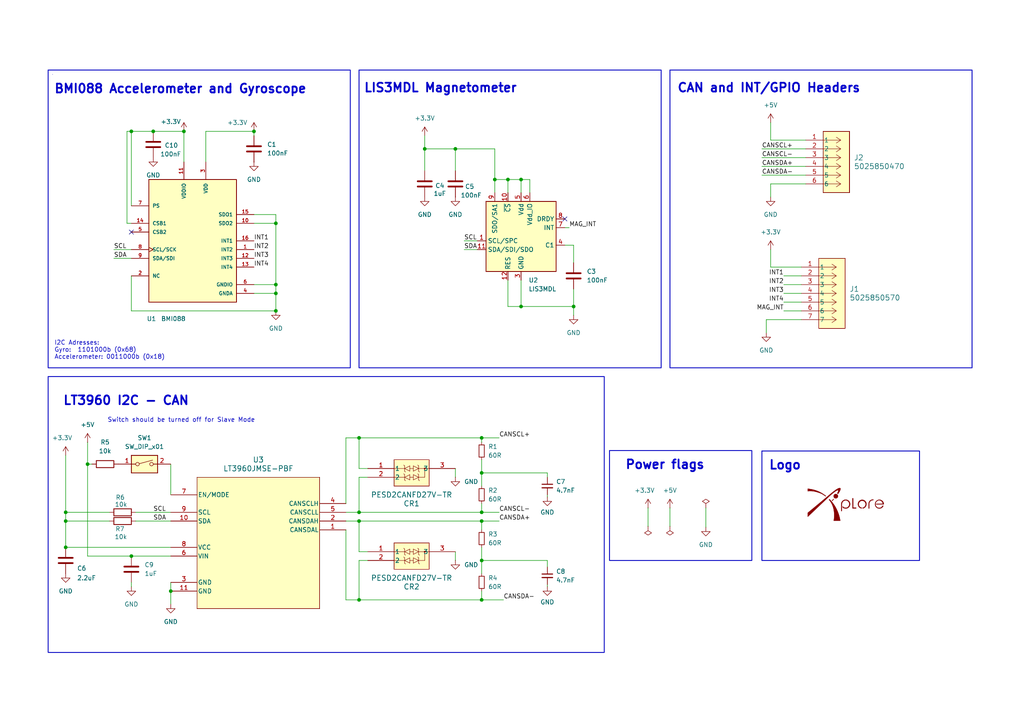
<source format=kicad_sch>
(kicad_sch (version 20231120) (generator "eeschema") (generator_version "8.0")
  (paper "A4")
  (lib_symbols
    (symbol "0_graphic:Xplore_Logo" (pin_numbers hide) (pin_names (offset 0) hide) (in_bom no))
    (symbol "502585470:5025850470" (pin_names (offset 0.254))
      (property "Reference" "J5" (at 13.97 -5.0799 0))
      (property "Value" "5025850470" (at 13.97 -7.6199 0))
      (symbol "5025850470_1_1"
        (pin unspecified line (at 0 0 0) (length 5.08) (name "1") (number "1"))
        (pin unspecified line (at 0 -2.54 0) (length 5.08) (name "2") (number "2"))
        (pin unspecified line (at 0 -5.08 0) (length 5.08) (name "3") (number "3"))
        (pin unspecified line (at 0 -7.62 0) (length 5.08) (name "4") (number "4"))
        (pin unspecified line (at 0 -10.16 0) (length 5.08) (name "5") (number "5"))
        (pin unspecified line (at 0 -12.7 0) (length 5.08) (name "6") (number "6"))
      )
      (symbol "5025850470_1_2"
        (pin unspecified line (at 0 0 0) (length 5.08) (name "1") (number "1"))
        (pin unspecified line (at 0 -2.54 0) (length 5.08) (name "2") (number "2"))
        (pin unspecified line (at 0 -5.08 0) (length 5.08) (name "3") (number "3"))
        (pin unspecified line (at 0 -7.62 0) (length 5.08) (name "4") (number "4"))
        (pin unspecified line (at 0 -10.16 0) (length 5.08) (name "5") (number "5"))
        (pin unspecified line (at 0 -12.7 0) (length 5.08) (name "6") (number "6"))
      )
    )
    (symbol "502585570:5025850570" (pin_names (offset 0.254))
      (property "Reference" "J6" (at 13.97 -6.3499 0))
      (property "Value" "5025850570" (at 13.97 -8.8899 0))
      (symbol "5025850570_1_1"
        (pin unspecified line (at 0 0 0) (length 5.08) (name "1") (number "1"))
        (pin unspecified line (at 0 -2.54 0) (length 5.08) (name "2") (number "2"))
        (pin unspecified line (at 0 -5.08 0) (length 5.08) (name "3") (number "3"))
        (pin unspecified line (at 0 -7.62 0) (length 5.08) (name "4") (number "4"))
        (pin unspecified line (at 0 -10.16 0) (length 5.08) (name "5") (number "5"))
        (pin unspecified line (at 0 -12.7 0) (length 5.08) (name "6") (number "6"))
        (pin unspecified line (at 0 -15.24 0) (length 5.08) (name "7") (number "7"))
      )
      (symbol "5025850570_1_2"
        (pin unspecified line (at 0 0 0) (length 5.08) (name "1") (number "1"))
        (pin unspecified line (at 0 -2.54 0) (length 5.08) (name "2") (number "2"))
        (pin unspecified line (at 0 -5.08 0) (length 5.08) (name "3") (number "3"))
        (pin unspecified line (at 0 -7.62 0) (length 5.08) (name "4") (number "4"))
        (pin unspecified line (at 0 -10.16 0) (length 5.08) (name "5") (number "5"))
        (pin unspecified line (at 0 -12.7 0) (length 5.08) (name "6") (number "6"))
        (pin unspecified line (at 0 -15.24 0) (length 5.08) (name "7") (number "7"))
      )
    )
    (symbol "BMI088:BMI088" (pin_names (offset 1.016))
      (property "Reference" "U1" (at -7.874 -20.066 0))
      (property "Value" "BMI088" (at -5.588 -22.606 0))
      (symbol "BMI088_0_0"
        (pin bidirectional line (at 17.78 -2.54 180) (length 5.08) (name "INT2") (number "1"))
        (pin output line (at 17.78 5.08 180) (length 5.08) (name "SDO2") (number "10"))
        (pin power_in line (at -2.54 22.86 270) (length 5.08) (name "VDDIO") (number "11"))
        (pin bidirectional line (at 17.78 -5.08 180) (length 5.08) (name "INT3") (number "12"))
        (pin bidirectional line (at 17.78 -7.62 180) (length 5.08) (name "INT4") (number "13"))
        (pin input line (at -17.78 5.08 0) (length 5.08) (name "CSB1") (number "14"))
        (pin output line (at 17.78 7.62 180) (length 5.08) (name "SDO1") (number "15"))
        (pin bidirectional line (at 17.78 0 180) (length 5.08) (name "INT1") (number "16"))
        (pin passive line (at -17.78 -10.16 0) (length 5.08) (name "NC") (number "2"))
        (pin power_in line (at 3.81 22.86 270) (length 5.08) (name "VDD") (number "3"))
        (pin power_in line (at 17.78 -15.24 180) (length 5.08) (name "GNDA") (number "4"))
        (pin input line (at -17.78 2.54 0) (length 5.08) (name "CSB2") (number "5"))
        (pin power_in line (at 17.78 -12.7 180) (length 5.08) (name "GNDIO") (number "6"))
        (pin input line (at -17.78 10.16 0) (length 5.08) (name "PS") (number "7"))
        (pin input clock (at -17.78 -2.54 0) (length 5.08) (name "SCL/SCK") (number "8"))
        (pin bidirectional line (at -17.78 -5.08 0) (length 5.08) (name "SDA/SDI") (number "9"))
      )
    )
    (symbol "Device:C" (pin_numbers hide) (pin_names (offset 0.254))
      (property "Reference" "C" (at 0.635 2.54 0))
      (property "Value" "C" (at 0.635 -2.54 0))
      (symbol "C_1_1"
        (pin passive line (at 0 3.81 270) (length 2.794) (name "~") (number "1"))
        (pin passive line (at 0 -3.81 90) (length 2.794) (name "~") (number "2"))
      )
    )
    (symbol "Device:C_Small" (pin_numbers hide) (pin_names (offset 0.254) hide)
      (property "Reference" "C" (at 0.254 1.778 0))
      (property "Value" "C_Small" (at 0.254 -2.032 0))
      (symbol "C_Small_1_1"
        (pin passive line (at 0 2.54 270) (length 2.032) (name "~") (number "1"))
        (pin passive line (at 0 -2.54 90) (length 2.032) (name "~") (number "2"))
      )
    )
    (symbol "Device:R" (pin_numbers hide) (pin_names (offset 0))
      (property "Reference" "R" (at 2.032 0 90))
      (property "Value" "R" (at 0 0 90))
      (symbol "R_1_1"
        (pin passive line (at 0 3.81 270) (length 1.27) (name "~") (number "1"))
        (pin passive line (at 0 -3.81 90) (length 1.27) (name "~") (number "2"))
      )
    )
    (symbol "Device:R_Small" (pin_numbers hide) (pin_names (offset 0.254) hide)
      (property "Reference" "R" (at 0.762 0.508 0))
      (property "Value" "R_Small" (at 0.762 -1.016 0))
      (symbol "R_Small_1_1"
        (pin passive line (at 0 2.54 270) (length 0.762) (name "~") (number "1"))
        (pin passive line (at 0 -2.54 90) (length 0.762) (name "~") (number "2"))
      )
    )
    (symbol "I2C-CAN Bridge:LT3960JMSE-PBF" (pin_names (offset 0.254))
      (property "Reference" "U3" (at 25.4 10.16 0))
      (property "Value" "LT3960JMSE-PBF" (at 25.4 7.62 0))
      (symbol "LT3960JMSE-PBF_0_1"
        (pin bidirectional line (at 50.8 -10.16 180) (length 7.62) (name "CANSDAL") (number "1"))
        (pin bidirectional line (at 0 -7.62 0) (length 7.62) (name "SDA") (number "10"))
        (pin power_out line (at 0 -27.94 0) (length 7.62) (name "GND") (number "11"))
        (pin bidirectional line (at 50.8 -7.62 180) (length 7.62) (name "CANSDAH") (number "2"))
        (pin power_out line (at 0 -25.4 0) (length 7.62) (name "GND") (number "3"))
        (pin bidirectional line (at 50.8 -2.54 180) (length 7.62) (name "CANSCLH") (number "4"))
        (pin bidirectional line (at 50.8 -5.08 180) (length 7.62) (name "CANSCLL") (number "5"))
        (pin power_in line (at 0 -17.78 0) (length 7.62) (name "VIN") (number "6"))
        (pin input line (at 0 0 0) (length 7.62) (name "EN/MODE") (number "7"))
        (pin power_in line (at 0 -15.24 0) (length 7.62) (name "VCC") (number "8"))
        (pin bidirectional line (at 0 -5.08 0) (length 7.62) (name "SCL") (number "9"))
      )
    )
    (symbol "PESD2CANFD27V-TR_1" (pin_names (offset 0.254))
      (property "Reference" "CR1" (at 12.7 -10.16 0))
      (property "Value" "PESD2CANFD27V-TR" (at 12.7 -7.62 0))
      (symbol "PESD2CANFD27V-TR_1_0_1"
        (pin unspecified line (at 0 0 0) (length 7.62) (name "1") (number "1"))
        (pin unspecified line (at 0 -2.54 0) (length 7.62) (name "2") (number "2"))
        (pin unspecified line (at 25.4 0 180) (length 7.62) (name "3") (number "3"))
      )
    )
    (symbol "Sensor_Magnetic:LIS3MDL"
      (property "Reference" "U2" (at 2.1941 -12.7 0))
      (property "Value" "LIS3MDL" (at 2.1941 -15.24 0))
      (symbol "LIS3MDL_1_1"
        (pin input line (at -12.7 -1.27 0) (length 2.54) (name "SCL/SPC") (number "1"))
        (pin input line (at -3.81 12.7 270) (length 2.54) (name "~{CS}") (number "10"))
        (pin bidirectional line (at -12.7 -3.81 0) (length 2.54) (name "SDA/SDI/SDO") (number "11"))
        (pin passive line (at 0 -12.7 90) (length 2.54) hide (name "GND") (number "12"))
        (pin power_in line (at -3.81 -12.7 90) (length 2.54) (name "RES") (number "12"))
        (pin passive line (at 0 -12.7 90) (length 2.54) hide (name "GND") (number "2"))
        (pin power_in line (at 0 -12.7 90) (length 2.54) (name "GND") (number "3"))
        (pin power_out line (at 12.7 -2.54 180) (length 2.54) (name "C1") (number "4"))
        (pin power_in line (at 0 12.7 270) (length 2.54) (name "Vdd") (number "5"))
        (pin power_in line (at 2.54 12.7 270) (length 2.54) (name "Vdd_IO") (number "6"))
        (pin output line (at 12.7 2.54 180) (length 2.54) (name "INT") (number "7"))
        (pin output line (at 12.7 5.08 180) (length 2.54) (name "DRDY") (number "8"))
        (pin bidirectional line (at -7.62 12.7 270) (length 2.54) (name "SDO/SA1") (number "9"))
      )
    )
    (symbol "Switch:SW_DIP_x01" (pin_names (offset 0) hide)
      (property "Reference" "SW" (at 0 3.81 0))
      (property "Value" "SW_DIP_x01" (at 0 -3.81 0))
      (symbol "SW_DIP_x01_1_1"
        (pin passive line (at -7.62 0 0) (length 5.08) (name "~") (number "1"))
        (pin passive line (at 7.62 0 180) (length 5.08) (name "~") (number "2"))
      )
    )
    (symbol "power:+3.3V" (power) (pin_numbers hide) (pin_names (offset 0) hide)
      (property "Value" "+3.3V" (at 0 3.556 0))
      (symbol "+3.3V_1_1"
        (pin power_in line (at 0 0 90) (length 0) (name "~") (number "1"))
      )
    )
    (symbol "power:+5V" (power) (pin_numbers hide) (pin_names (offset 0) hide)
      (property "Value" "+5V" (at 0 3.556 0))
      (symbol "+5V_1_1"
        (pin power_in line (at 0 0 90) (length 0) (name "~") (number "1"))
      )
    )
    (symbol "power:GND" (power) (pin_numbers hide) (pin_names (offset 0) hide)
      (property "Value" "GND" (at 0 -3.81 0))
      (symbol "GND_1_1"
        (pin power_in line (at 0 0 270) (length 0) (name "~") (number "1"))
      )
    )
    (symbol "power:PWR_FLAG" (power) (pin_numbers hide) (pin_names (offset 0) hide)
      (property "Value" "PWR_FLAG" (at 0 3.81 0))
      (symbol "PWR_FLAG_0_0"
        (pin power_out line (at 0 0 90) (length 0) (name "pwr") (number "1"))
      )
    )
  )
  (junction (at 139.7 162.56))
  (junction (at 166.37 88.9))
  (junction (at 139.7 151.13))
  (junction (at 104.14 127))
  (junction (at 80.01 85.09))
  (junction (at 151.13 52.07))
  (junction (at 38.1 38.1))
  (junction (at 151.13 88.9))
  (junction (at 139.7 173.99))
  (junction (at 139.7 148.59))
  (junction (at 19.05 151.13))
  (junction (at 80.01 64.77))
  (junction (at 123.19 43.18))
  (junction (at 132.08 43.18))
  (junction (at 104.14 151.13))
  (junction (at 139.7 137.16))
  (junction (at 19.05 148.59))
  (junction (at 104.14 148.59))
  (junction (at 147.32 52.07))
  (junction (at 25.4 134.62))
  (junction (at 38.1 161.29))
  (junction (at 19.05 158.75))
  (junction (at 139.7 127))
  (junction (at 143.51 52.07))
  (junction (at 53.34 38.1))
  (junction (at 49.53 171.45))
  (junction (at 80.01 90.17))
  (junction (at 44.45 38.1))
  (junction (at 73.66 38.1))
  (junction (at 80.01 82.55))
  (junction (at 104.14 173.99))
  (no_connect (at 163.83 63.5))
  (no_connect (at 38.1 67.31))
  (wire (pts (xy 80.01 82.55) (xy 80.01 85.09)))
  (wire (pts (xy 59.69 38.1) (xy 73.66 38.1)))
  (wire (pts (xy 139.7 162.56) (xy 158.75 162.56)))
  (wire (pts (xy 100.33 127) (xy 100.33 146.05)))
  (wire (pts (xy 80.01 82.55) (xy 73.66 82.55)))
  (wire (pts (xy 139.7 148.59) (xy 144.78 148.59)))
  (wire (pts (xy 80.01 85.09) (xy 73.66 85.09)))
  (wire (pts (xy 158.75 162.56) (xy 158.75 164.465)))
  (wire (pts (xy 139.7 162.56) (xy 139.7 166.37)))
  (wire (pts (xy 49.53 168.91) (xy 49.53 171.45)))
  (wire (pts (xy 166.37 83.82) (xy 166.37 88.9)))
  (wire (pts (xy 123.19 39.37) (xy 123.19 43.18)))
  (wire (pts (xy 49.53 134.62) (xy 49.53 143.51)))
  (wire (pts (xy 100.33 148.59) (xy 104.14 148.59)))
  (wire (pts (xy 233.68 53.34) (xy 223.52 53.34)))
  (wire (pts (xy 151.13 88.9) (xy 151.13 81.28)))
  (wire (pts (xy 106.68 162.56) (xy 104.14 162.56)))
  (wire (pts (xy 147.32 88.9) (xy 151.13 88.9)))
  (wire (pts (xy 39.37 148.59) (xy 49.53 148.59)))
  (wire (pts (xy 151.13 52.07) (xy 151.13 55.88)))
  (wire (pts (xy 106.68 135.89) (xy 104.14 135.89)))
  (wire (pts (xy 104.14 151.13) (xy 139.7 151.13)))
  (wire (pts (xy 139.7 146.05) (xy 139.7 148.59)))
  (wire (pts (xy 163.83 71.12) (xy 166.37 71.12)))
  (wire (pts (xy 223.52 53.34) (xy 223.52 57.15)))
  (wire (pts (xy 153.67 55.88) (xy 153.67 52.07)))
  (wire (pts (xy 143.51 43.18) (xy 143.51 52.07)))
  (wire (pts (xy 227.33 80.01) (xy 232.41 80.01)))
  (wire (pts (xy 232.41 92.71) (xy 222.25 92.71)))
  (wire (pts (xy 80.01 85.09) (xy 80.01 90.17)))
  (wire (pts (xy 139.7 127) (xy 144.78 127)))
  (wire (pts (xy 151.13 52.07) (xy 153.67 52.07)))
  (wire (pts (xy 147.32 52.07) (xy 147.32 55.88)))
  (wire (pts (xy 123.19 43.18) (xy 132.08 43.18)))
  (wire (pts (xy 33.02 72.39) (xy 38.1 72.39)))
  (wire (pts (xy 104.14 148.59) (xy 139.7 148.59)))
  (wire (pts (xy 73.66 62.23) (xy 80.01 62.23)))
  (wire (pts (xy 132.08 135.89) (xy 132.08 138.43)))
  (wire (pts (xy 104.14 173.99) (xy 139.7 173.99)))
  (wire (pts (xy 19.05 148.59) (xy 31.75 148.59)))
  (wire (pts (xy 139.7 137.16) (xy 139.7 140.97)))
  (wire (pts (xy 139.7 171.45) (xy 139.7 173.99)))
  (wire (pts (xy 104.14 127) (xy 139.7 127)))
  (wire (pts (xy 134.62 69.85) (xy 138.43 69.85)))
  (wire (pts (xy 166.37 88.9) (xy 151.13 88.9)))
  (wire (pts (xy 158.75 137.16) (xy 158.75 138.43)))
  (wire (pts (xy 139.7 133.35) (xy 139.7 137.16)))
  (wire (pts (xy 80.01 64.77) (xy 73.66 64.77)))
  (wire (pts (xy 38.1 80.01) (xy 38.1 90.17)))
  (wire (pts (xy 220.98 50.8) (xy 233.68 50.8)))
  (wire (pts (xy 220.98 43.18) (xy 233.68 43.18)))
  (wire (pts (xy 139.7 137.16) (xy 158.75 137.16)))
  (wire (pts (xy 143.51 52.07) (xy 143.51 55.88)))
  (wire (pts (xy 100.33 173.99) (xy 104.14 173.99)))
  (wire (pts (xy 59.69 38.1) (xy 59.69 46.99)))
  (wire (pts (xy 158.75 143.51) (xy 158.75 144.145)))
  (wire (pts (xy 132.08 160.02) (xy 132.08 162.56)))
  (wire (pts (xy 104.14 151.13) (xy 104.14 160.02)))
  (wire (pts (xy 166.37 71.12) (xy 166.37 76.2)))
  (wire (pts (xy 223.52 35.56) (xy 223.52 40.64)))
  (wire (pts (xy 123.19 43.18) (xy 123.19 49.53)))
  (wire (pts (xy 38.1 170.18) (xy 38.1 168.91)))
  (wire (pts (xy 25.4 128.27) (xy 25.4 134.62)))
  (wire (pts (xy 19.05 158.75) (xy 49.53 158.75)))
  (wire (pts (xy 227.33 82.55) (xy 232.41 82.55)))
  (wire (pts (xy 223.52 77.47) (xy 232.41 77.47)))
  (wire (pts (xy 19.05 132.08) (xy 19.05 148.59)))
  (wire (pts (xy 100.33 151.13) (xy 104.14 151.13)))
  (wire (pts (xy 44.45 38.1) (xy 53.34 38.1)))
  (wire (pts (xy 73.66 38.1) (xy 73.66 39.37)))
  (wire (pts (xy 36.83 64.77) (xy 38.1 64.77)))
  (wire (pts (xy 80.01 64.77) (xy 80.01 82.55)))
  (wire (pts (xy 25.4 134.62) (xy 26.67 134.62)))
  (wire (pts (xy 49.53 171.45) (xy 49.53 175.26)))
  (wire (pts (xy 222.25 92.71) (xy 222.25 96.52)))
  (wire (pts (xy 106.68 160.02) (xy 104.14 160.02)))
  (wire (pts (xy 147.32 52.07) (xy 151.13 52.07)))
  (wire (pts (xy 147.32 52.07) (xy 143.51 52.07)))
  (wire (pts (xy 165.1 66.04) (xy 163.83 66.04)))
  (wire (pts (xy 25.4 134.62) (xy 25.4 161.29)))
  (wire (pts (xy 49.53 161.29) (xy 38.1 161.29)))
  (wire (pts (xy 19.05 148.59) (xy 19.05 151.13)))
  (wire (pts (xy 25.4 161.29) (xy 38.1 161.29)))
  (wire (pts (xy 139.7 158.75) (xy 139.7 162.56)))
  (wire (pts (xy 227.33 85.09) (xy 232.41 85.09)))
  (wire (pts (xy 147.32 81.28) (xy 147.32 88.9)))
  (wire (pts (xy 104.14 162.56) (xy 104.14 173.99)))
  (wire (pts (xy 158.75 169.545) (xy 158.75 170.18)))
  (wire (pts (xy 166.37 88.9) (xy 166.37 91.44)))
  (wire (pts (xy 139.7 173.99) (xy 146.05 173.99)))
  (wire (pts (xy 53.34 38.1) (xy 53.34 46.99)))
  (wire (pts (xy 36.83 38.1) (xy 36.83 64.77)))
  (wire (pts (xy 139.7 151.13) (xy 144.78 151.13)))
  (wire (pts (xy 80.01 90.17) (xy 38.1 90.17)))
  (wire (pts (xy 220.98 48.26) (xy 233.68 48.26)))
  (wire (pts (xy 36.83 38.1) (xy 38.1 38.1)))
  (wire (pts (xy 19.05 151.13) (xy 31.75 151.13)))
  (wire (pts (xy 106.68 138.43) (xy 104.14 138.43)))
  (wire (pts (xy 139.7 151.13) (xy 139.7 153.67)))
  (wire (pts (xy 33.02 74.93) (xy 38.1 74.93)))
  (wire (pts (xy 187.96 147.32) (xy 187.96 152.654)))
  (wire (pts (xy 100.33 127) (xy 104.14 127)))
  (wire (pts (xy 233.68 40.64) (xy 223.52 40.64)))
  (wire (pts (xy 132.08 43.18) (xy 132.08 49.53)))
  (wire (pts (xy 194.31 147.32) (xy 194.31 152.654)))
  (wire (pts (xy 139.7 128.27) (xy 139.7 127)))
  (wire (pts (xy 204.724 147.32) (xy 204.724 152.908)))
  (wire (pts (xy 104.14 127) (xy 104.14 135.89)))
  (wire (pts (xy 223.52 72.39) (xy 223.52 77.47)))
  (wire (pts (xy 100.33 173.99) (xy 100.33 153.67)))
  (wire (pts (xy 19.05 151.13) (xy 19.05 158.75)))
  (wire (pts (xy 134.62 72.39) (xy 138.43 72.39)))
  (wire (pts (xy 38.1 38.1) (xy 44.45 38.1)))
  (wire (pts (xy 132.08 43.18) (xy 143.51 43.18)))
  (wire (pts (xy 39.37 151.13) (xy 49.53 151.13)))
  (wire (pts (xy 227.33 87.63) (xy 232.41 87.63)))
  (wire (pts (xy 38.1 38.1) (xy 38.1 59.69)))
  (wire (pts (xy 104.14 138.43) (xy 104.14 148.59)))
  (wire (pts (xy 220.98 45.72) (xy 233.68 45.72)))
  (wire (pts (xy 80.01 62.23) (xy 80.01 64.77)))
  (wire (pts (xy 227.33 90.17) (xy 232.41 90.17)))
  (rectangle (start 13.97 20.32) (end 101.6 106.68) (stroke (width 0.254)))
  (rectangle (start 176.784 130.683) (end 218.059 162.56) (stroke (width 0.254)))
  (rectangle (start 15.24 21.59) (end 15.24 21.59))
  (rectangle (start 220.98 130.81) (end 266.7 162.56) (stroke (width 0.254)))
  (rectangle (start 194.31 20.32) (end 281.94 106.68) (stroke (width 0.254)))
  (rectangle (start 13.97 109.22) (end 175.26 189.23) (stroke (width 0.254)))
  (rectangle (start 104.14 20.32) (end 191.77 106.68) (stroke (width 0.254)))
  (text "CAN and INT/GPIO Headers\n\n" (at 223.012 27.686 0) (effects (font (size 2.54 2.54) (thickness 0.508) (bold yes))))
  (text "I2C Adresses:\nGyro:  1101000b (0x68)\nAccelerometer: 0011000b (0x18)" (at 15.748 101.6 0) (effects (font (size 1.27 1.27)) (justify left)))
  (text "LIS3MDL Magnetometer\n\n" (at 127.762 27.686 0) (effects (font (size 2.54 2.54) (thickness 0.508) (bold yes))))
  (text "Switch should be turned off for Slave Mode\n" (at 52.578 121.92 0) (effects (font (size 1.27 1.27))))
  (text "LT3960 I2C - CAN\n" (at 36.576 116.332 0) (effects (font (size 2.54 2.54) (thickness 0.508) (bold yes))))
  (text "BMI088 Accelerometer and Gyroscope" (at 52.324 25.908 0) (effects (font (size 2.54 2.54) (thickness 0.508) (bold yes))))
  (text "Power flags" (at 181.229 136.398 0) (effects (font (size 2.54 2.54) (thickness 0.508) (bold yes)) (justify left bottom)))
  (text "Logo" (at 222.885 136.525 0) (effects (font (size 2.54 2.54) (thickness 0.508) (bold yes)) (justify left bottom)))
  (label "CANSCL+" (at 144.78 127 0))
  (label "SDA" (at 33.02 74.93 0))
  (label "INT4" (at 227.33 87.63 180))
  (label "INT1" (at 227.33 80.01 180))
  (label "MAG_INT" (at 165.1 66.04 0))
  (label "INT3" (at 73.66 74.93 0))
  (label "CANSDA+" (at 220.98 48.26 0))
  (label "INT1" (at 73.66 69.85 0))
  (label "SCL" (at 33.02 72.39 0))
  (label "INT2" (at 227.33 82.55 180))
  (label "CANSCL-" (at 220.98 45.72 0))
  (label "SDA" (at 134.62 72.39 0))
  (label "INT4" (at 73.66 77.47 0))
  (label "SDA" (at 44.45 151.13 0))
  (label "CANSCL+" (at 220.98 43.18 0))
  (label "INT3" (at 227.33 85.09 180))
  (label "CANSDA-" (at 220.98 50.8 0))
  (label "MAG_INT" (at 227.33 90.17 180))
  (label "CANSDA-" (at 146.05 173.99 0))
  (label "CANSDA+" (at 144.78 151.13 0))
  (label "INT2" (at 73.66 72.39 0))
  (label "SCL" (at 44.45 148.59 0))
  (label "SCL" (at 134.62 69.85 0))
  (label "CANSCL-" (at 144.78 148.59 0))
  (symbol (lib_id "Device:C") (at 123.19 53.34 0) (unit 1)
    (property "Reference" "C4" (at 126.238 53.848 0) (effects (justify left)))
    (property "Value" "1uF" (at 125.73 56.134 0) (effects (justify left)))
    (property "Description" "Unpolarized capacitor" (effects (hide yes)))
  )
  (symbol (lib_id "power:GND") (at 132.08 138.43 0) (unit 1)
    (property "Reference" "#PWR016" (effects (hide yes)))
    (property "Value" "GND" (at 134.62 139.6999 0) (effects (justify left)))
    (property "Description" "Power symbol creates a global label with name \"GND\" , ground" (effects (hide yes)))
  )
  (symbol (lib_id "power:+3.3V") (at 223.52 72.39 0) (unit 1)
    (property "Reference" "#PWR025" (effects (hide yes)))
    (property "Value" "+3.3V" (at 223.52 67.31 0))
    (property "Description" "Power symbol creates a global label with name \"+3.3V\"" (effects (hide yes)))
  )
  (symbol (lib_id "power:GND") (at 44.45 45.72 0) (unit 1)
    (property "Reference" "#PWR018" (effects (hide yes)))
    (property "Value" "GND" (at 44.45 50.8 0))
    (property "Description" "Power symbol creates a global label with name \"GND\" , ground" (effects (hide yes)))
  )
  (symbol (lib_id "power:+5V") (at 25.4 128.27 0) (unit 1)
    (property "Reference" "#PWR08" (effects (hide yes)))
    (property "Value" "+5V" (at 25.4 123.19 0))
    (property "Description" "Power symbol creates a global label with name \"+5V\"" (effects (hide yes)))
  )
  (symbol (lib_id "Device:C") (at 166.37 80.01 0) (unit 1)
    (property "Reference" "C3" (at 170.18 78.7399 0) (effects (justify left)))
    (property "Value" "100nF" (at 170.18 81.2799 0) (effects (justify left)))
    (property "Description" "Unpolarized capacitor" (effects (hide yes)))
  )
  (symbol (lib_id "Device:C") (at 44.45 41.91 0) (unit 1)
    (property "Reference" "C10" (at 47.752 42.164 0) (effects (justify left)))
    (property "Value" "100nF" (at 46.482 44.704 0) (effects (justify left)))
    (property "Description" "Unpolarized capacitor" (effects (hide yes)))
  )
  (symbol (lib_id "power:GND") (at 132.08 162.56 0) (unit 1)
    (property "Reference" "#PWR017" (effects (hide yes)))
    (property "Value" "GND" (at 134.62 163.8299 0) (effects (justify left)))
    (property "Description" "Power symbol creates a global label with name \"GND\" , ground" (effects (hide yes)))
  )
  (symbol (lib_id "Device:R_Small") (at 139.7 130.81 0) (unit 1)
    (property "Reference" "R1" (at 141.605 129.5399 0) (effects (justify left)))
    (property "Value" "60R" (at 141.605 132.0799 0) (effects (justify left)))
    (property "Footprint" "Resistor_SMD:R_0603_1608Metric" (effects (hide yes)))
    (property "Datasheet" "https://www.vishay.com/docs/20043/crcwhpe3.pdf" (effects (hide yes)))
    (property "Manufacturer ref" "CRCW060360R4FKEAHP" (effects (hide yes)))
    (property "Mouser ref" "71-CRCW060360R4FKEAH" (effects (hide yes)))
  )
  (symbol (lib_id "power:PWR_FLAG") (at 194.31 152.654 180) (unit 1)
    (property "Reference" "#FLG01" (effects (hide yes)))
    (property "Value" "PWR_FLAG" (effects (hide yes)))
  )
  (symbol (lib_id "power:GND") (at 158.75 144.145 0) (unit 1)
    (property "Reference" "#PWR020" (effects (hide yes)))
    (property "Value" "GND" (at 158.75 148.59 0))
  )
  (symbol (lib_id "Device:C") (at 19.05 162.56 0) (unit 1)
    (property "Reference" "C6" (at 22.352 164.846 0) (effects (justify left)))
    (property "Value" "2.2uF" (at 22.352 167.64 0) (effects (justify left)))
    (property "Description" "Unpolarized capacitor" (effects (hide yes)))
  )
  (symbol (lib_id "Device:R_Small") (at 139.7 156.21 0) (unit 1)
    (property "Reference" "R3" (at 141.605 154.9399 0) (effects (justify left)))
    (property "Value" "60R" (at 141.605 157.4799 0) (effects (justify left)))
    (property "Footprint" "Resistor_SMD:R_0603_1608Metric" (effects (hide yes)))
    (property "Datasheet" "https://www.vishay.com/docs/20043/crcwhpe3.pdf" (effects (hide yes)))
    (property "Manufacturer ref" "CRCW060360R4FKEAHP" (effects (hide yes)))
    (property "Mouser ref" "71-CRCW060360R4FKEAH" (effects (hide yes)))
  )
  (symbol (lib_id "power:GND") (at 204.724 152.908 0) (unit 1)
    (property "Reference" "#PWR015" (effects (hide yes)))
    (property "Value" "GND" (at 204.724 157.988 0))
  )
  (symbol (lib_id "power:+3.3V") (at 123.19 39.37 0) (unit 1)
    (property "Reference" "#PWR05" (effects (hide yes)))
    (property "Value" "+3.3V" (at 123.19 34.29 0))
    (property "Description" "Power symbol creates a global label with name \"+3.3V\"" (effects (hide yes)))
  )
  (symbol (lib_id "Device:R") (at 30.48 134.62 90) (unit 1)
    (property "Reference" "R5" (at 30.48 128.27 90))
    (property "Value" "10k" (at 30.48 130.81 90))
    (property "Description" "Resistor" (effects (hide yes)))
  )
  (symbol (lib_name "PESD2CANFD27V-TR_1") (lib_id "PESD2CAN27v:PESD2CANFD27V-TR") (at 106.68 135.89 0) (unit 1)
    (property "Reference" "CR1" (at 119.38 146.05 0) (effects (font (size 1.524 1.524))))
    (property "Value" "PESD2CANFD27V-TR" (at 119.38 143.51 0) (effects (font (size 1.524 1.524))))
    (property "Footprint" "IMU Library:SOT23_PESD2_NEX" (effects (hide yes)))
    (property "Datasheet" "PESD2CANFD27V-TR" (effects (hide yes)))
  )
  (symbol (lib_id "power:GND") (at 166.37 91.44 0) (unit 1)
    (property "Reference" "#PWR07" (effects (hide yes)))
    (property "Value" "GND" (at 166.37 96.52 0))
    (property "Description" "Power symbol creates a global label with name \"GND\" , ground" (effects (hide yes)))
  )
  (symbol (lib_id "502585470:5025850470") (at 233.68 40.64 0) (unit 1)
    (property "Reference" "J2" (at 247.65 45.7199 0) (effects (font (size 1.524 1.524)) (justify left)))
    (property "Value" "5025850470" (at 247.65 48.2599 0) (effects (font (size 1.524 1.524)) (justify left)))
    (property "Footprint" "CON_5025850470" (effects (hide yes)))
    (property "Datasheet" "5025850470" (effects (hide yes)))
  )
  (symbol (lib_id "power:+3.3V") (at 53.34 38.1 0) (unit 1)
    (property "Reference" "#PWR014" (effects (hide yes)))
    (property "Value" "+3.3V" (at 49.53 35.306 0))
    (property "Description" "Power symbol creates a global label with name \"+3.3V\"" (effects (hide yes)))
  )
  (symbol (lib_id "power:GND") (at 223.52 57.15 0) (unit 1)
    (property "Reference" "#PWR024" (effects (hide yes)))
    (property "Value" "GND" (at 223.52 62.23 0))
    (property "Description" "Power symbol creates a global label with name \"GND\" , ground" (effects (hide yes)))
  )
  (symbol (lib_id "power:PWR_FLAG") (at 187.96 152.654 180) (unit 1)
    (property "Reference" "#FLG03" (effects (hide yes)))
    (property "Value" "PWR_FLAG" (effects (hide yes)))
  )
  (symbol (lib_id "power:GND") (at 19.05 166.37 0) (unit 1)
    (property "Reference" "#PWR04" (effects (hide yes)))
    (property "Value" "GND" (at 19.05 171.45 0))
    (property "Description" "Power symbol creates a global label with name \"GND\" , ground" (effects (hide yes)))
  )
  (symbol (lib_id "Device:R") (at 35.56 151.13 90) (unit 1)
    (property "Reference" "R7" (at 34.798 153.416 90))
    (property "Value" "10k" (at 35.052 155.702 90))
    (property "Description" "Resistor" (effects (hide yes)))
  )
  (symbol (lib_id "power:+3.3V") (at 73.66 38.1 0) (unit 1)
    (property "Reference" "#PWR01" (effects (hide yes)))
    (property "Value" "+3.3V" (at 68.834 35.56 0))
    (property "Description" "Power symbol creates a global label with name \"+3.3V\"" (effects (hide yes)))
  )
  (symbol (lib_id "502585570:5025850570") (at 232.41 77.47 0) (unit 1)
    (property "Reference" "J1" (at 246.38 83.8199 0) (effects (font (size 1.524 1.524)) (justify left)))
    (property "Value" "5025850570" (at 246.38 86.3599 0) (effects (font (size 1.524 1.524)) (justify left)))
    (property "Footprint" "CON_5025850570" (effects (hide yes)))
    (property "Datasheet" "5025850570" (effects (hide yes)))
  )
  (symbol (lib_id "BMI088:BMI088") (at 55.88 69.85 0) (unit 1)
    (property "Reference" "U1" (at 43.942 92.456 0))
    (property "Value" "BMI088" (at 50.292 92.456 0))
    (property "Footprint" "IMU Library:BMI088" (effects (hide yes)))
    (property "MF" "Bosch Sensortec" (effects (hide yes)))
    (property "PURCHASE-URL" "https://pricing.snapeda.com/search/part/BMI088/?ref=eda" (effects (hide yes)))
    (property "PACKAGE" "VFLGA-16 Bosch Sensortec" (effects (hide yes)))
    (property "PRICE" "None" (effects (hide yes)))
    (property "MP" "BMI088" (effects (hide yes)))
    (property "AVAILABILITY" "In Stock" (effects (hide yes)))
    (property "DESCRIPTION" "Accelerometer, Gyroscope, 6 Axis Sensor I²C, SPI Output" (effects (hide yes)))
  )
  (symbol (lib_id "Device:C") (at 73.66 43.18 0) (unit 1)
    (property "Reference" "C1" (at 77.47 41.9099 0) (effects (justify left)))
    (property "Value" "100nF" (at 77.47 44.4499 0) (effects (justify left)))
    (property "Description" "Unpolarized capacitor" (effects (hide yes)))
  )
  (symbol (lib_id "power:GND") (at 38.1 170.18 0) (unit 1)
    (property "Reference" "#PWR012" (effects (hide yes)))
    (property "Value" "GND" (at 38.1 175.26 0))
    (property "Description" "Power symbol creates a global label with name \"GND\" , ground" (effects (hide yes)))
  )
  (symbol (lib_id "power:GND") (at 49.53 175.26 0) (unit 1)
    (property "Reference" "#PWR013" (effects (hide yes)))
    (property "Value" "GND" (at 49.53 180.34 0))
    (property "Description" "Power symbol creates a global label with name \"GND\" , ground" (effects (hide yes)))
  )
  (symbol (lib_id "I2C-CAN Bridge:LT3960JMSE-PBF") (at 49.53 143.51 0) (unit 1)
    (property "Reference" "U3" (at 74.93 133.35 0) (effects (font (size 1.524 1.524))))
    (property "Value" "LT3960JMSE-PBF" (at 74.93 135.89 0) (effects (font (size 1.524 1.524))))
    (property "Footprint" "IMU Library:LT3960" (effects (hide yes)))
    (property "Datasheet" "LT3960JMSE-PBF" (effects (hide yes)))
  )
  (symbol (lib_id "Device:C_Small") (at 158.75 140.97 0) (unit 1)
    (property "Reference" "C7" (at 161.29 139.7 0) (effects (justify left)))
    (property "Value" "4.7nF" (at 161.29 142.24 0) (effects (justify left)))
    (property "Footprint" "Capacitor_SMD:C_0402_1005Metric" (effects (hide yes)))
    (property "Datasheet" "https://www.mouser.ch/datasheet/2/40/cx5r_KGM-3223198.pdf" (effects (hide yes)))
    (property "Mouser ref" "581-0402YD475MAT2A" (effects (hide yes)))
    (property "Manufacturer ref" "0402YD475MAT2A" (effects (hide yes)))
  )
  (symbol (lib_id "power:GND") (at 80.01 90.17 0) (unit 1)
    (property "Reference" "#PWR06" (effects (hide yes)))
    (property "Value" "GND" (at 80.01 95.25 0))
    (property "Description" "Power symbol creates a global label with name \"GND\" , ground" (effects (hide yes)))
  )
  (symbol (lib_id "Device:R_Small") (at 139.7 168.91 0) (unit 1)
    (property "Reference" "R4" (at 141.605 167.6399 0) (effects (justify left)))
    (property "Value" "60R" (at 141.605 170.18 0) (effects (justify left)))
    (property "Footprint" "Resistor_SMD:R_0603_1608Metric" (effects (hide yes)))
    (property "Datasheet" "https://www.vishay.com/docs/20043/crcwhpe3.pdf" (effects (hide yes)))
    (property "Manufacturer ref" "CRCW060360R4FKEAHP" (effects (hide yes)))
    (property "Mouser ref" "71-CRCW060360R4FKEAH" (effects (hide yes)))
  )
  (symbol (lib_id "Sensor_Magnetic:LIS3MDL") (at 151.13 68.58 0) (unit 1)
    (property "Reference" "U2" (at 153.3241 81.28 0) (effects (justify left)))
    (property "Value" "LIS3MDL" (at 153.3241 83.82 0) (effects (justify left)))
    (property "Footprint" "Package_LGA:LGA-12_2x2mm_P0.5mm" (effects (hide yes)))
    (property "Datasheet" "https://www.st.com/resource/en/datasheet/lis3mdl.pdf" (effects (hide yes)))
    (property "Description" "Ultra-low-power, 3-axis digital output magnetometer, LGA-12" (effects (hide yes)))
  )
  (symbol (lib_id "power:GND") (at 123.19 57.15 0) (unit 1)
    (property "Reference" "#PWR09" (effects (hide yes)))
    (property "Value" "GND" (at 123.19 62.23 0))
    (property "Description" "Power symbol creates a global label with name \"GND\" , ground" (effects (hide yes)))
  )
  (symbol (lib_id "Device:C_Small") (at 158.75 167.005 0) (unit 1)
    (property "Reference" "C8" (at 161.29 165.735 0) (effects (justify left)))
    (property "Value" "4.7nF" (at 161.29 168.275 0) (effects (justify left)))
    (property "Footprint" "Capacitor_SMD:C_0402_1005Metric" (effects (hide yes)))
    (property "Datasheet" "https://www.mouser.ch/datasheet/2/40/cx5r_KGM-3223198.pdf" (effects (hide yes)))
    (property "Mouser ref" "581-0402YD475MAT2A" (effects (hide yes)))
    (property "Manufacturer ref" "0402YD475MAT2A" (effects (hide yes)))
  )
  (symbol (lib_id "Device:R") (at 35.56 148.59 270) (unit 1)
    (property "Reference" "R6" (at 33.528 144.272 90) (effects (justify left)))
    (property "Value" "10k" (at 33.274 146.304 90) (effects (justify left)))
    (property "Description" "Resistor" (effects (hide yes)))
  )
  (symbol (lib_id "power:+3.3V") (at 19.05 132.08 0) (unit 1)
    (property "Reference" "#PWR022" (effects (hide yes)))
    (property "Value" "+3.3V" (at 18.034 127 0))
    (property "Description" "Power symbol creates a global label with name \"+3.3V\"" (effects (hide yes)))
  )
  (symbol (lib_id "power:GND") (at 222.25 96.52 0) (unit 1)
    (property "Reference" "#PWR02" (effects (hide yes)))
    (property "Value" "GND" (at 222.25 101.6 0))
    (property "Description" "Power symbol creates a global label with name \"GND\" , ground" (effects (hide yes)))
  )
  (symbol (lib_id "power:+3.3V") (at 187.96 147.32 0) (unit 1)
    (property "Reference" "#PWR023" (effects (hide yes)))
    (property "Value" "+3.3V" (at 186.944 142.24 0))
    (property "Description" "Power symbol creates a global label with name \"+3.3V\"" (effects (hide yes)))
  )
  (symbol (lib_id "power:PWR_FLAG") (at 204.724 147.32 0) (unit 1)
    (property "Reference" "#FLG02" (effects (hide yes)))
    (property "Value" "PWR_FLAG" (effects (hide yes)))
  )
  (symbol (lib_id "power:GND") (at 132.08 57.15 0) (unit 1)
    (property "Reference" "#PWR010" (effects (hide yes)))
    (property "Value" "GND" (at 132.08 62.23 0))
    (property "Description" "Power symbol creates a global label with name \"GND\" , ground" (effects (hide yes)))
  )
  (symbol (lib_id "Device:C") (at 132.08 53.34 0) (unit 1)
    (property "Reference" "C5" (at 134.874 54.102 0) (effects (justify left)))
    (property "Value" "100nF" (at 133.604 56.642 0) (effects (justify left)))
    (property "Description" "Unpolarized capacitor" (effects (hide yes)))
  )
  (symbol (lib_id "power:GND") (at 73.66 46.99 0) (unit 1)
    (property "Reference" "#PWR03" (effects (hide yes)))
    (property "Value" "GND" (at 73.66 52.07 0))
    (property "Description" "Power symbol creates a global label with name \"GND\" , ground" (effects (hide yes)))
  )
  (symbol (lib_id "Device:R_Small") (at 139.7 143.51 0) (unit 1)
    (property "Reference" "R2" (at 141.605 142.2399 0) (effects (justify left)))
    (property "Value" "60R" (at 141.605 144.7799 0) (effects (justify left)))
    (property "Footprint" "Resistor_SMD:R_0603_1608Metric" (effects (hide yes)))
    (property "Datasheet" "https://www.vishay.com/docs/20043/crcwhpe3.pdf" (effects (hide yes)))
    (property "Manufacturer ref" "CRCW060360R4FKEAHP" (effects (hide yes)))
    (property "Mouser ref" "71-CRCW060360R4FKEAH" (effects (hide yes)))
  )
  (symbol (lib_name "PESD2CANFD27V-TR_1") (lib_id "PESD2CAN27v:PESD2CANFD27V-TR") (at 106.68 160.02 0) (unit 1)
    (property "Reference" "CR2" (at 119.38 170.18 0) (effects (font (size 1.524 1.524))))
    (property "Value" "PESD2CANFD27V-TR" (at 119.38 167.64 0) (effects (font (size 1.524 1.524))))
    (property "Footprint" "IMU Library:SOT23_PESD2_NEX" (effects (hide yes)))
    (property "Datasheet" "PESD2CANFD27V-TR" (effects (hide yes)))
  )
  (symbol (lib_id "0_graphic:Xplore_Logo") (at 245.11 149.86 0) (unit 1) (in_bom no)
    (property "Reference" "G1" (effects (hide yes)))
    (property "Value" "Xplore_Logo" (effects (hide yes)))
    (property "Footprint" "0_graphic:Xplore_Logo_X_only_10mm" (effects (hide yes)))
  )
  (symbol (lib_id "power:+5V") (at 223.52 35.56 0) (unit 1)
    (property "Reference" "#PWR019" (effects (hide yes)))
    (property "Value" "+5V" (at 223.52 30.48 0))
    (property "Description" "Power symbol creates a global label with name \"+5V\"" (effects (hide yes)))
  )
  (symbol (lib_id "power:GND") (at 158.75 170.18 0) (unit 1)
    (property "Reference" "#PWR021" (effects (hide yes)))
    (property "Value" "GND" (at 158.75 174.625 0))
  )
  (symbol (lib_id "power:+5V") (at 194.31 147.32 0) (unit 1)
    (property "Reference" "#PWR011" (effects (hide yes)))
    (property "Value" "+5V" (at 194.31 142.24 0))
    (property "Description" "Power symbol creates a global label with name \"+5V\"" (effects (hide yes)))
  )
  (symbol (lib_id "Device:C") (at 38.1 165.1 0) (unit 1)
    (property "Reference" "C9" (at 41.91 163.8299 0) (effects (justify left)))
    (property "Value" "1uF" (at 41.91 166.3699 0) (effects (justify left)))
    (property "Description" "Unpolarized capacitor" (effects (hide yes)))
  )
  (symbol (lib_id "Switch:SW_DIP_x01") (at 41.91 134.62 0) (unit 1)
    (property "Reference" "SW1" (at 41.91 127 0))
    (property "Value" "SW_DIP_x01" (at 41.91 129.54 0))
    (property "Description" "1x DIP Switch, Single Pole Single Throw (SPST) switch, small symbol" (effects (hide yes)))
  )
)
</source>
